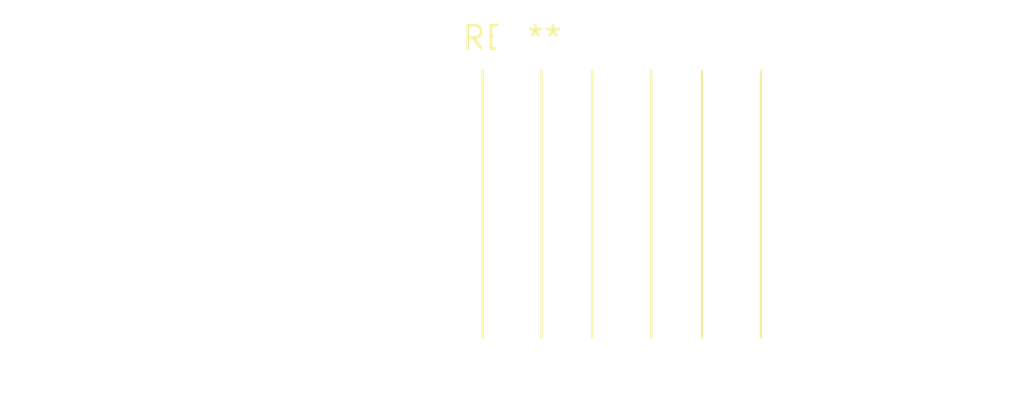
<source format=kicad_pcb>
(kicad_pcb (version 20240108) (generator pcbnew)
  (layers (0 "F.Cu" signal) (31 "B.Cu" signal) (34 "B.Paste" user) (35 "F.Paste" user) (36 "B.SilkS" user "B.Silkscreen") (37 "F.SilkS" user "F.Silkscreen") (38 "B.Mask" user) (39 "F.Mask" user) (44 "Edge.Cuts" user))
  (net 0 "")
  (footprint "SolderWire-1.5sqmm_1x03_P6mm_D1.7mm_OD3mm_Relief" (layer "F.Cu") (at 0 0)
    (property "Reference" "REF**")
    (property "Value" "SolderWire-1.5sqmm_1x03_P6mm_D1.7mm_OD3mm_Relief")
    (fp_line (start -1.61 1.81) (end -1.61 16.39) (layer "F.SilkS") (stroke (width 0.12)))
    (fp_line (start 1.61 1.81) (end 1.61 16.39) (layer "F.SilkS") (stroke (width 0.12)))
    (fp_line (start 4.39 1.81) (end 4.39 16.39) (layer "F.SilkS") (stroke (width 0.12)))
    (fp_line (start 7.61 1.81) (end 7.61 16.39) (layer "F.SilkS") (stroke (width 0.12)))
    (fp_line (start 10.39 1.81) (end 10.39 16.39) (layer "F.SilkS") (stroke (width 0.12)))
    (fp_line (start 13.61 1.81) (end 13.61 16.39) (layer "F.SilkS") (stroke (width 0.12)))
    (pad "" np_thru_hole circle (at 0 18) (size 3.5 3.5) (drill 3.5) (layers *.Cu *.Mask))
    (pad "" np_thru_hole circle (at 6 18) (size 3.5 3.5) (drill 3.5) (layers *.Cu *.Mask))
    (pad "" np_thru_hole circle (at 12 18) (size 3.5 3.5) (drill 3.5) (layers *.Cu *.Mask))
    (pad "1" thru_hole roundrect (at 0 0) (size 3.1 3.1) (drill 2.1) (layers *.Cu *.Mask) (remove_unused_layers) (roundrect_rratio 0.080645))
    (pad "2" thru_hole circle (at 6 0) (size 3.1 3.1) (drill 2.1) (layers *.Cu *.Mask) (remove_unused_layers))
    (pad "3" thru_hole circle (at 12 0) (size 3.1 3.1) (drill 2.1) (layers *.Cu *.Mask) (remove_unused_layers))
  )
)
</source>
